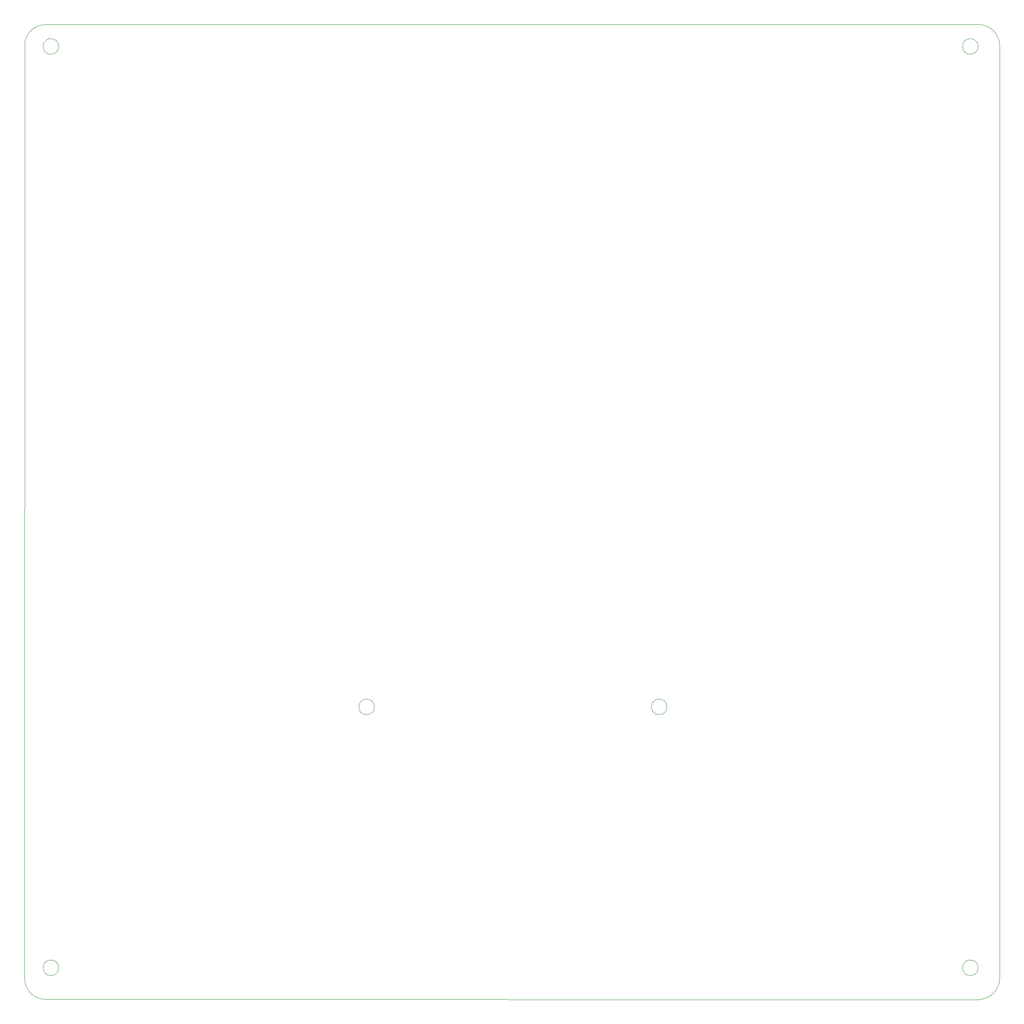
<source format=gm1>
G04 #@! TF.GenerationSoftware,KiCad,Pcbnew,8.0.5*
G04 #@! TF.CreationDate,2024-10-23T12:55:31-04:00*
G04 #@! TF.ProjectId,FULL BOARD,46554c4c-2042-44f4-9152-442e6b696361,rev?*
G04 #@! TF.SameCoordinates,Original*
G04 #@! TF.FileFunction,Profile,NP*
%FSLAX46Y46*%
G04 Gerber Fmt 4.6, Leading zero omitted, Abs format (unit mm)*
G04 Created by KiCad (PCBNEW 8.0.5) date 2024-10-23 12:55:31*
%MOMM*%
%LPD*%
G01*
G04 APERTURE LIST*
G04 #@! TA.AperFunction,Profile*
%ADD10C,0.050000*%
G04 #@! TD*
G04 APERTURE END LIST*
D10*
X68607460Y-48770570D02*
G75*
G02*
X72930761Y-44500292I4345750J-76080D01*
G01*
X264342075Y-44494983D02*
G75*
G02*
X268612424Y-48818284I-76075J-4345817D01*
G01*
X72850000Y-244479830D02*
G75*
G02*
X68579762Y-240156529I76100J4345730D01*
G01*
X200371600Y-184481400D02*
G75*
G02*
X197171600Y-184481400I-1600000J0D01*
G01*
X197171600Y-184481400D02*
G75*
G02*
X200371600Y-184481400I1600000J0D01*
G01*
X264200000Y-49000000D02*
G75*
G02*
X261000000Y-49000000I-1600000J0D01*
G01*
X261000000Y-49000000D02*
G75*
G02*
X264200000Y-49000000I1600000J0D01*
G01*
X68579714Y-240156529D02*
X68607460Y-48770570D01*
X75600000Y-238000000D02*
G75*
G02*
X72400000Y-238000000I-1600000J0D01*
G01*
X72400000Y-238000000D02*
G75*
G02*
X75600000Y-238000000I1600000J0D01*
G01*
X268612361Y-240232684D02*
G75*
G02*
X264289060Y-244502969I-4345761J76084D01*
G01*
X268612361Y-48818284D02*
X268612361Y-240232684D01*
X72930761Y-44500284D02*
X264342075Y-44494983D01*
X264289060Y-244502970D02*
X72850000Y-244479830D01*
X264200000Y-238000000D02*
G75*
G02*
X261000000Y-238000000I-1600000J0D01*
G01*
X261000000Y-238000000D02*
G75*
G02*
X264200000Y-238000000I1600000J0D01*
G01*
X75600000Y-49000000D02*
G75*
G02*
X72400000Y-49000000I-1600000J0D01*
G01*
X72400000Y-49000000D02*
G75*
G02*
X75600000Y-49000000I1600000J0D01*
G01*
X140351600Y-184471400D02*
G75*
G02*
X137151600Y-184471400I-1600000J0D01*
G01*
X137151600Y-184471400D02*
G75*
G02*
X140351600Y-184471400I1600000J0D01*
G01*
M02*

</source>
